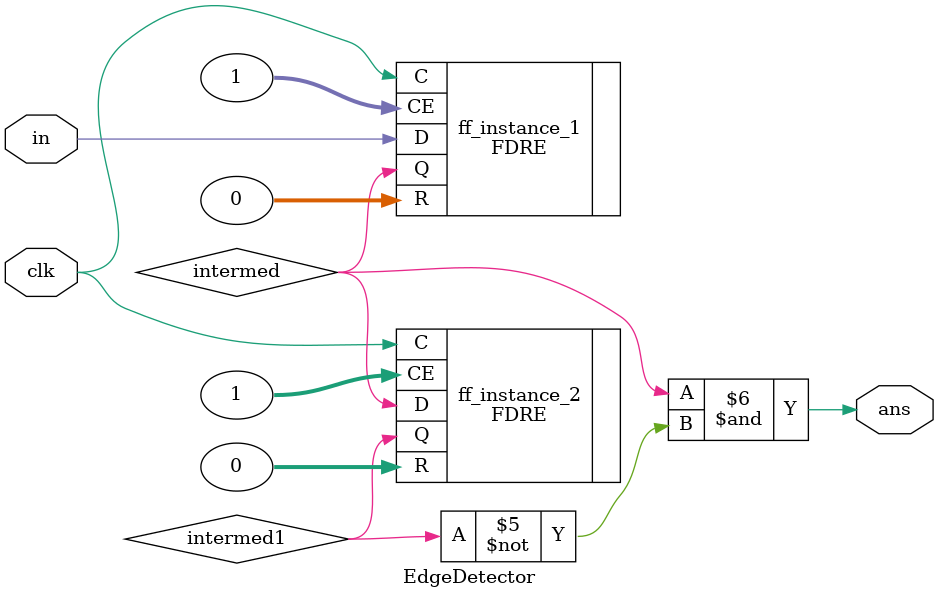
<source format=v>
`timescale 1ns / 1ps


module EdgeDetector(
input in,clk,
output ans

    );
    wire intermed,intermed1;
    //ONLY DETECT THE EDGE
    //have one flip flip contain the value and then have the other flip flop contain the value afterwards. If flipflop 1 = 0 and flipflop 2 = 1 then ans = 1
    //esentailly assign ang = intermed&~intermed1 bc we only want 0 -> 1 and intermed finds out btnU before intermed1 does
    //clk is only for dflipflop
    //we are checking pos edge of buttons
FDRE #(.INIT(1'b0) ) ff_instance_1 (
.C(clk),
.R(0),
.CE(1),
.D(in),
.Q(intermed));


FDRE #(.INIT(1'b0) ) ff_instance_2 (
.C(clk),
.R(0),
.CE(1),
.D(intermed),
.Q(intermed1));


assign ans = intermed&~intermed1;


    
    
endmodule

</source>
